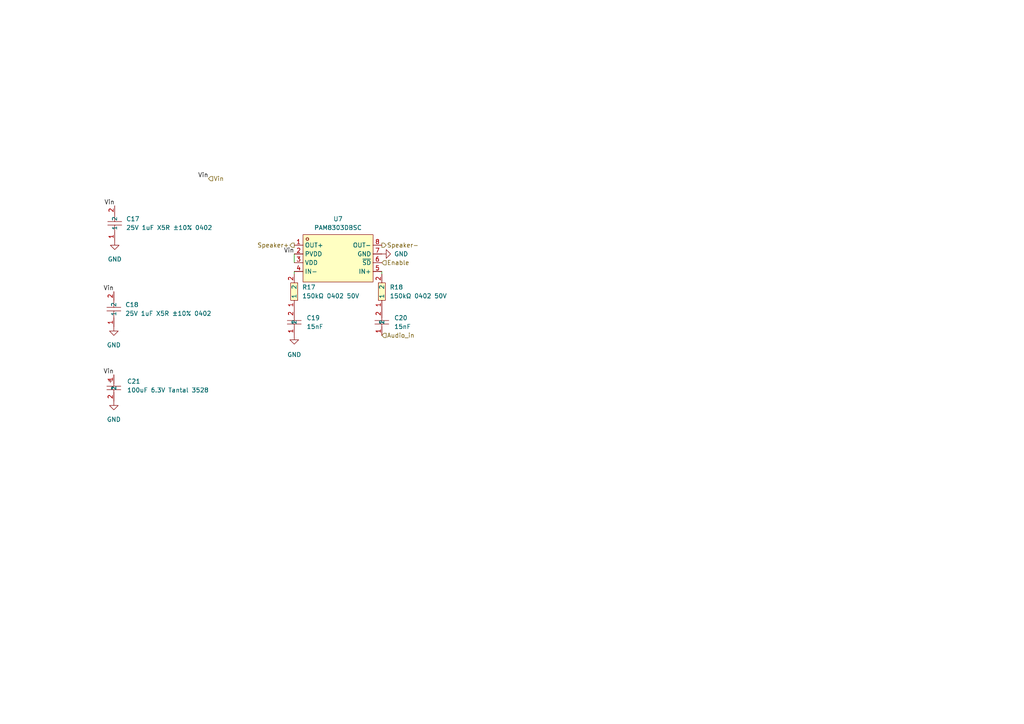
<source format=kicad_sch>
(kicad_sch (version 20211123) (generator eeschema)
  (paper "A4")
  (lib_symbols
    (symbol "easyeda2kicad: 50V 15nF X7R ±10% 0603"
      (property "Reference" "C" (at 0 5.08 0))
      (property "Value" " 50V 15nF X7R ±10% 0603" (at 0 -5.08 0))
      (symbol " 50V 15nF X7R ±10% 0603_0_1"
        (polyline (pts (xy -1.27 0) (xy -0.51 0)))
        (polyline (pts (xy -0.51 2.03) (xy -0.51 -2.03)))
        (polyline (pts (xy 0.51 0) (xy 1.27 0)))
        (polyline (pts (xy 0.51 2.03) (xy 0.51 -2.03)))
        (pin input line (at -3.81 0 0) (length 2.54) (name "1") (number "1"))
        (pin input line (at 3.81 0 180) (length 2.54) (name "2") (number "2"))
      )
    )
    (symbol "easyeda2kicad:100uF 6.3V Tantal 3528"
      (property "Reference" "C" (at 0 5.08 0))
      (property "Value" "100uF 6.3V Tantal 3528" (at 0 -5.08 0))
      (symbol "100uF 6.3V Tantal 3528_0_1"
        (polyline (pts (xy -0.51 0) (xy -1.27 0)))
        (polyline (pts (xy -0.51 2.03) (xy -0.51 -2.03)))
        (polyline (pts (xy 0.51 2.03) (xy 0.51 -2.03)))
        (polyline (pts (xy 1.27 0) (xy 0.51 0)))
        (polyline (pts (xy 2.03 1.52) (xy 2.03 0.51)))
        (polyline (pts (xy 2.54 1.02) (xy 1.52 1.02)))
        (pin input line (at 3.81 0 180) (length 2.54) (name "1") (number "1"))
        (pin input line (at -3.81 0 0) (length 2.54) (name "2") (number "2"))
      )
    )
    (symbol "easyeda2kicad:150kΩ 0402 50V"
      (property "Reference" "R" (at 0 5.08 0))
      (property "Value" "150kΩ 0402 50V" (at 0 -5.08 0))
      (symbol "150kΩ 0402 50V_0_1"
        (rectangle (start -2.54 1.02) (end 2.54 -1.02) (fill (type background)))
        (pin input line (at -5.08 0 0) (length 2.54) (name "1") (number "1"))
        (pin input line (at 5.08 0 180) (length 2.54) (name "2") (number "2"))
      )
    )
    (symbol "easyeda2kicad:25V 1uF X5R ±10% 0402"
      (property "Reference" "C" (at 0 5.08 0))
      (property "Value" "25V 1uF X5R ±10% 0402" (at 0 -5.08 0))
      (symbol "25V 1uF X5R ±10% 0402_0_1"
        (polyline (pts (xy -0.51 -2.03) (xy -0.51 2.03)))
        (polyline (pts (xy -0.51 0) (xy -2.54 0)))
        (polyline (pts (xy 0.51 2.03) (xy 0.51 -2.03)))
        (polyline (pts (xy 2.54 0) (xy 0.51 0)))
        (pin unspecified line (at -5.08 0 0) (length 2.54) (name "1") (number "1"))
        (pin unspecified line (at 5.08 0 180) (length 2.54) (name "2") (number "2"))
      )
    )
    (symbol "easyeda2kicad:PAM8303DBSC"
      (property "Reference" "U" (at 0 8.89 0))
      (property "Value" "PAM8303DBSC" (at 0 -8.89 0))
      (symbol "PAM8303DBSC_0_1"
        (rectangle (start -10.16 6.86) (end 10.16 -6.86) (fill (type background)))
        (circle (center -8.89 5.59) (radius 0.38))
        (circle (center -8.89 5.59) (radius 0.38))
        (pin unspecified line (at -12.7 3.81 0) (length 2.54) (name "OUT+") (number "1"))
        (pin unspecified line (at -12.7 1.27 0) (length 2.54) (name "PVDD") (number "2"))
        (pin unspecified line (at -12.7 -1.27 0) (length 2.54) (name "VDD") (number "3"))
        (pin unspecified line (at -12.7 -3.81 0) (length 2.54) (name "IN-") (number "4"))
        (pin unspecified line (at 12.7 -3.81 180) (length 2.54) (name "IN+") (number "5"))
        (pin unspecified line (at 12.7 -1.27 180) (length 2.54) (name "~{SD}") (number "6"))
        (pin unspecified line (at 12.7 1.27 180) (length 2.54) (name "GND") (number "7"))
        (pin unspecified line (at 12.7 3.81 180) (length 2.54) (name "OUT-") (number "8"))
      )
    )
    (symbol "power:GND" (power) (pin_names (offset 0))
      (property "Value" "GND" (at 0 -3.81 0))
      (symbol "GND_0_1"
        (polyline (pts (xy 0 0) (xy 0 -1.27) (xy 1.27 -1.27) (xy 0 -2.54) (xy -1.27 -1.27) (xy 0 -1.27)))
      )
      (symbol "GND_1_1"
        (pin power_in line (at 0 0 270) (length 0) hide (name "GND") (number "1"))
      )
    )
  )
  (wire (pts (xy 85.344 79.502) (xy 85.344 78.74)))
  (wire (pts (xy 110.744 79.502) (xy 110.744 78.74)))
  (wire (pts (xy 85.344 73.66) (xy 85.344 76.2)))
  (label "Vin" (at 33.274 59.69 180))
  (label "Vin" (at 33.02 84.582 180))
  (label "Vin" (at 85.344 73.66 180))
  (label "Vin" (at 33.02 108.712 180))
  (label "Vin" (at 60.452 51.816 180))
  (hierarchical_label "Audio_in" (shape input) (at 110.744 97.282 0))
  (hierarchical_label "Speaker-" (shape output) (at 110.744 71.12 0))
  (hierarchical_label "Enable" (shape input) (at 110.744 76.2 0))
  (hierarchical_label "Vin" (shape input) (at 60.452 51.816 0))
  (hierarchical_label "Speaker+" (shape output) (at 85.344 71.12 180))
  (symbol (lib_id "easyeda2kicad:25V 1uF X5R ±10% 0402") (at 33.02 89.662 90) (unit 1)
    (property "Reference" "C18" (at 36.322 88.3919 90) (effects (justify right)))
    (property "Value" "25V 1uF X5R ±10% 0402" (at 36.322 90.9319 90) (effects (justify right)))
    (property "Footprint" "easyeda2kicad:C0402" (effects hide))
    (property "Datasheet" "https://lcsc.com/product-detail/Multilayer-Ceramic-Capacitors-MLCC-SMD-SMT_SAMSUNG_CL05A105KA5NQNC_1uF-105-10-25V_C52923.html" (effects hide))
    (property "Manufacturer" "SAMSUNG(三星)" (effects hide))
    (property "LCSC Part" "C52923" (effects hide))
    (property "JLC Part" "Basic Part" (effects hide))
  )
  (symbol (lib_id "power:GND") (at 110.744 73.66 90) (unit 1)
    (property "Reference" "#PWR066" (effects hide))
    (property "Value" "GND" (at 114.3 73.6599 90) (effects (justify right)))
  )
  (symbol (lib_id "easyeda2kicad:100uF 6.3V Tantal 3528") (at 33.02 112.522 90) (unit 1)
    (property "Reference" "C21" (at 36.83 110.6169 90) (effects (justify right)))
    (property "Value" "100uF 6.3V Tantal 3528" (at 36.83 113.1569 90) (effects (justify right)))
    (property "Footprint" "easyeda2kicad:CAP-SMD_L3.5-W2.8" (effects hide))
    (property "Datasheet" "https://lcsc.com/product-detail/Tantalum-Capacitors_AVX_TAJB107K006RNJ_100uF-107-10-6-3V_C16133.html" (effects hide))
    (property "Manufacturer" "Kyocera AVX" (effects hide))
    (property "LCSC Part" "C16133" (effects hide))
    (property "JLC Part" "Basic Part" (effects hide))
  )
  (symbol (lib_id "power:GND") (at 85.344 97.282 0) (unit 1)
    (property "Reference" "#PWR070" (effects hide))
    (property "Value" "GND" (at 85.344 102.87 0))
  )
  (symbol (lib_id "easyeda2kicad: 50V 15nF X7R ±10% 0603") (at 110.744 93.472 90) (unit 1)
    (property "Reference" "C20" (at 114.3 92.2019 90) (effects (justify right)))
    (property "Value" "15nF" (at 114.3 94.7419 90) (effects (justify right)))
    (property "Footprint" "easyeda2kicad:C0603" (effects hide))
    (property "Datasheet" "https://lcsc.com/product-detail/Multilayer-Ceramic-Capacitors-MLCC-SMD-SMT_15nF-153-10-50V_C1596.html" (effects hide))
    (property "Manufacturer" "FH(风华)" (effects hide))
    (property "LCSC Part" "C1596" (effects hide))
    (property "JLC Part" "Basic Part" (effects hide))
  )
  (symbol (lib_id "easyeda2kicad: 50V 15nF X7R ±10% 0603") (at 85.344 93.472 90) (unit 1)
    (property "Reference" "C19" (at 88.9 92.2019 90) (effects (justify right)))
    (property "Value" "15nF" (at 88.9 94.7419 90) (effects (justify right)))
    (property "Footprint" "easyeda2kicad:C0603" (effects hide))
    (property "Datasheet" "https://lcsc.com/product-detail/Multilayer-Ceramic-Capacitors-MLCC-SMD-SMT_15nF-153-10-50V_C1596.html" (effects hide))
    (property "Manufacturer" "FH(风华)" (effects hide))
    (property "LCSC Part" "C1596" (effects hide))
    (property "JLC Part" "Basic Part" (effects hide))
  )
  (symbol (lib_id "power:GND") (at 33.02 116.332 0) (unit 1)
    (property "Reference" "#PWR072" (effects hide))
    (property "Value" "GND" (at 33.02 121.666 0))
  )
  (symbol (lib_id "power:GND") (at 33.02 94.742 0) (unit 1)
    (property "Reference" "#PWR069" (effects hide))
    (property "Value" "GND" (at 33.02 100.076 0))
  )
  (symbol (lib_id "easyeda2kicad:25V 1uF X5R ±10% 0402") (at 33.274 64.77 90) (unit 1)
    (property "Reference" "C17" (at 36.576 63.4999 90) (effects (justify right)))
    (property "Value" "25V 1uF X5R ±10% 0402" (at 36.576 66.0399 90) (effects (justify right)))
    (property "Footprint" "easyeda2kicad:C0402" (effects hide))
    (property "Datasheet" "https://lcsc.com/product-detail/Multilayer-Ceramic-Capacitors-MLCC-SMD-SMT_SAMSUNG_CL05A105KA5NQNC_1uF-105-10-25V_C52923.html" (effects hide))
    (property "Manufacturer" "SAMSUNG(三星)" (effects hide))
    (property "LCSC Part" "C52923" (effects hide))
    (property "JLC Part" "Basic Part" (effects hide))
  )
  (symbol (lib_id "power:GND") (at 33.274 69.85 0) (unit 1)
    (property "Reference" "#PWR064" (effects hide))
    (property "Value" "GND" (at 33.274 75.184 0))
  )
  (symbol (lib_id "easyeda2kicad:PAM8303DBSC") (at 98.044 74.93 0) (unit 1)
    (property "Reference" "U7" (at 98.044 63.5 0))
    (property "Value" "PAM8303DBSC" (at 98.044 66.04 0))
    (property "Footprint" "easyeda2kicad:MSOP-8_L3.0-W3.0-P0.65-LS5.0-BL" (effects hide))
    (property "Datasheet" "https://lcsc.com/product-detail/Audio-Power-OpAmps_Diodes-Inc-PAM8303DBSC_C56211.html" (effects hide))
    (property "Manufacturer" "DIODES(美台)" (effects hide))
    (property "LCSC Part" "C56211" (effects hide))
    (property "JLC Part" "Extended Part" (effects hide))
  )
  (symbol (lib_id "easyeda2kicad:150kΩ 0402 50V") (at 110.744 84.582 90) (unit 1)
    (property "Reference" "R18" (at 113.03 83.3119 90) (effects (justify right)))
    (property "Value" "150kΩ 0402 50V" (at 113.03 85.8519 90) (effects (justify right)))
    (property "Footprint" "easyeda2kicad:R0402" (effects hide))
    (property "Datasheet" "https://lcsc.com/product-detail/Chip-Resistor-Surface-Mount-UniOhm_150KR-1503-1_C25755.html" (effects hide))
    (property "Manufacturer" "UNI-ROYAL(厚声)" (effects hide))
    (property "LCSC Part" "C25755" (effects hide))
    (property "JLC Part" "Basic Part" (effects hide))
  )
  (symbol (lib_id "easyeda2kicad:150kΩ 0402 50V") (at 85.344 84.582 90) (unit 1)
    (property "Reference" "R17" (at 87.63 83.3119 90) (effects (justify right)))
    (property "Value" "150kΩ 0402 50V" (at 87.63 85.8519 90) (effects (justify right)))
    (property "Footprint" "easyeda2kicad:R0402" (effects hide))
    (property "Datasheet" "https://lcsc.com/product-detail/Chip-Resistor-Surface-Mount-UniOhm_150KR-1503-1_C25755.html" (effects hide))
    (property "Manufacturer" "UNI-ROYAL(厚声)" (effects hide))
    (property "LCSC Part" "C25755" (effects hide))
    (property "JLC Part" "Basic Part" (effects hide))
  )
)
</source>
